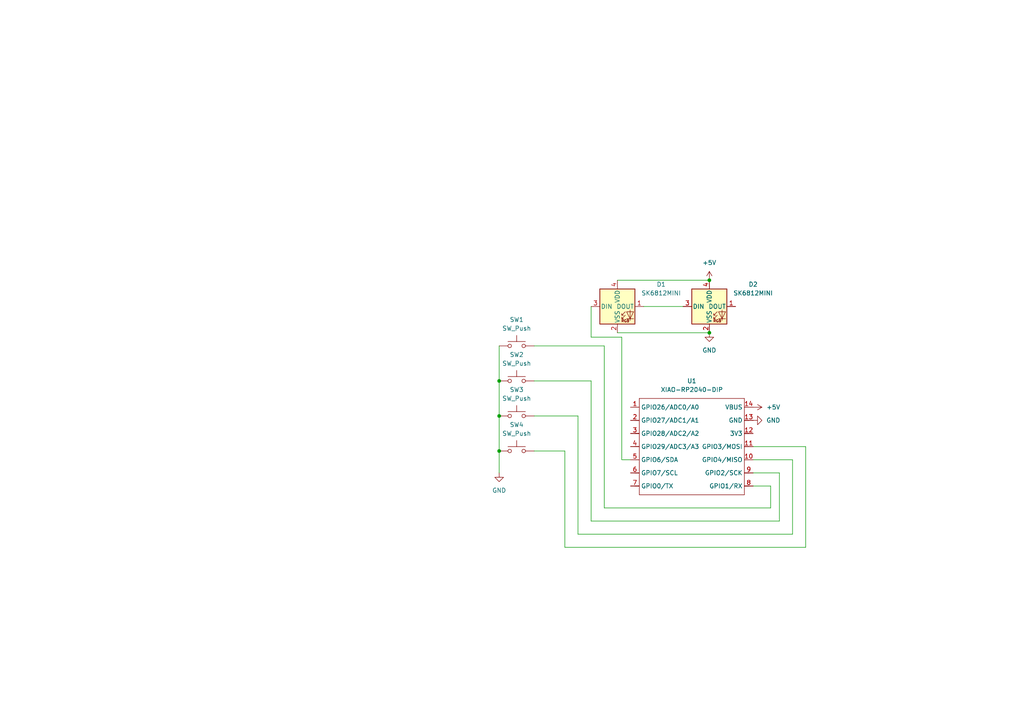
<source format=kicad_sch>
(kicad_sch (version 20250114) (generator "eeschema") (generator_version "9.0")
  (paper "A4")
  (lib_symbols
    (symbol "LED:SK6812MINI" (pin_names (offset 0.254))
      (property "Reference" "D" (at 5.08 5.715 0))
      (property "Value" "SK6812MINI" (at 1.27 -5.715 0))
      (symbol "SK6812MINI_0_0"
        (text "RGB" (at 2.286 -4.191 0) (effects (font (size 0.762 0.762))))
      )
      (symbol "SK6812MINI_0_1"
        (polyline (pts (xy 1.27 -2.54) (xy 1.778 -2.54)))
        (polyline (pts (xy 1.27 -3.556) (xy 1.778 -3.556)))
        (polyline (pts (xy 2.286 -1.524) (xy 1.27 -2.54) (xy 1.27 -2.032)))
        (polyline (pts (xy 2.286 -2.54) (xy 1.27 -3.556) (xy 1.27 -3.048)))
        (polyline (pts (xy 3.683 -1.016) (xy 3.683 -3.556) (xy 3.683 -4.064)))
        (polyline (pts (xy 4.699 -1.524) (xy 2.667 -1.524) (xy 3.683 -3.556) (xy 4.699 -1.524)))
        (polyline (pts (xy 4.699 -3.556) (xy 2.667 -3.556)))
        (rectangle (start 5.08 5.08) (end -5.08 -5.08) (stroke (width 0.254)) (fill (type background)))
      )
      (symbol "SK6812MINI_1_1"
        (pin input line (at -7.62 0 0) (length 2.54) (name "DIN") (number "3"))
        (pin power_in line (at 0 7.62 270) (length 2.54) (name "VDD") (number "4"))
        (pin power_in line (at 0 -7.62 90) (length 2.54) (name "VSS") (number "2"))
        (pin output line (at 7.62 0 180) (length 2.54) (name "DOUT") (number "1"))
      )
    )
    (symbol "OPL:XIAO-RP2040-DIP"
      (property "Reference" "U" (at 0 0 0))
      (property "Value" "XIAO-RP2040-DIP" (at 5.334 -1.778 0))
      (symbol "XIAO-RP2040-DIP_1_0"
        (polyline (pts (xy -1.27 -2.54) (xy 29.21 -2.54)) (stroke (width 0.1524)))
        (polyline (pts (xy -1.27 -5.08) (xy -2.54 -5.08)) (stroke (width 0.1524)))
        (polyline (pts (xy -1.27 -5.08) (xy -1.27 -2.54)) (stroke (width 0.1524)))
        (polyline (pts (xy -1.27 -8.89) (xy -2.54 -8.89)) (stroke (width 0.1524)))
        (polyline (pts (xy -1.27 -8.89) (xy -1.27 -5.08)) (stroke (width 0.1524)))
        (polyline (pts (xy -1.27 -12.7) (xy -2.54 -12.7)) (stroke (width 0.1524)))
        (polyline (pts (xy -1.27 -12.7) (xy -1.27 -8.89)) (stroke (width 0.1524)))
        (polyline (pts (xy -1.27 -16.51) (xy -2.54 -16.51)) (stroke (width 0.1524)))
        (polyline (pts (xy -1.27 -16.51) (xy -1.27 -12.7)) (stroke (width 0.1524)))
        (polyline (pts (xy -1.27 -20.32) (xy -2.54 -20.32)) (stroke (width 0.1524)))
        (polyline (pts (xy -1.27 -24.13) (xy -2.54 -24.13)) (stroke (width 0.1524)))
        (polyline (pts (xy -1.27 -27.94) (xy -2.54 -27.94)) (stroke (width 0.1524)))
        (polyline (pts (xy -1.27 -30.48) (xy -1.27 -16.51)) (stroke (width 0.1524)))
        (polyline (pts (xy 29.21 -2.54) (xy 29.21 -5.08)) (stroke (width 0.1524)))
        (polyline (pts (xy 29.21 -5.08) (xy 29.21 -8.89)) (stroke (width 0.1524)))
        (polyline (pts (xy 29.21 -8.89) (xy 29.21 -12.7)) (stroke (width 0.1524)))
        (polyline (pts (xy 29.21 -12.7) (xy 29.21 -30.48)) (stroke (width 0.1524)))
        (polyline (pts (xy 29.21 -30.48) (xy -1.27 -30.48)) (stroke (width 0.1524)))
        (polyline (pts (xy 30.48 -5.08) (xy 29.21 -5.08)) (stroke (width 0.1524)))
        (polyline (pts (xy 30.48 -8.89) (xy 29.21 -8.89)) (stroke (width 0.1524)))
        (polyline (pts (xy 30.48 -12.7) (xy 29.21 -12.7)) (stroke (width 0.1524)))
        (polyline (pts (xy 30.48 -16.51) (xy 29.21 -16.51)) (stroke (width 0.1524)))
        (polyline (pts (xy 30.48 -20.32) (xy 29.21 -20.32)) (stroke (width 0.1524)))
        (polyline (pts (xy 30.48 -24.13) (xy 29.21 -24.13)) (stroke (width 0.1524)))
        (polyline (pts (xy 30.48 -27.94) (xy 29.21 -27.94)) (stroke (width 0.1524)))
        (pin passive line (at -3.81 -5.08 0) (length 2.54) (name "GPIO26/ADC0/A0") (number "1"))
        (pin passive line (at -3.81 -8.89 0) (length 2.54) (name "GPIO27/ADC1/A1") (number "2"))
        (pin passive line (at -3.81 -12.7 0) (length 2.54) (name "GPIO28/ADC2/A2") (number "3"))
        (pin passive line (at -3.81 -16.51 0) (length 2.54) (name "GPIO29/ADC3/A3") (number "4"))
        (pin passive line (at -3.81 -20.32 0) (length 2.54) (name "GPIO6/SDA") (number "5"))
        (pin passive line (at -3.81 -24.13 0) (length 2.54) (name "GPIO7/SCL") (number "6"))
        (pin passive line (at -3.81 -27.94 0) (length 2.54) (name "GPIO0/TX") (number "7"))
        (pin passive line (at 31.75 -5.08 180) (length 2.54) (name "VBUS") (number "14"))
        (pin passive line (at 31.75 -8.89 180) (length 2.54) (name "GND") (number "13"))
        (pin passive line (at 31.75 -12.7 180) (length 2.54) (name "3V3") (number "12"))
        (pin passive line (at 31.75 -16.51 180) (length 2.54) (name "GPIO3/MOSI") (number "11"))
        (pin passive line (at 31.75 -20.32 180) (length 2.54) (name "GPIO4/MISO") (number "10"))
        (pin passive line (at 31.75 -24.13 180) (length 2.54) (name "GPIO2/SCK") (number "9"))
        (pin passive line (at 31.75 -27.94 180) (length 2.54) (name "GPIO1/RX") (number "8"))
      )
    )
    (symbol "Switch:SW_Push" (pin_numbers (hide yes)) (pin_names (offset 1.016) (hide yes))
      (property "Reference" "SW" (at 1.27 2.54 0))
      (property "Value" "SW_Push" (at 0 -1.524 0))
      (symbol "SW_Push_0_1"
        (circle (center -2.032 0) (radius 0.508))
        (polyline (pts (xy 0 1.27) (xy 0 3.048)))
        (circle (center 2.032 0) (radius 0.508))
        (polyline (pts (xy 2.54 1.27) (xy -2.54 1.27)))
        (pin passive line (at -5.08 0 0) (length 2.54) (name "1") (number "1"))
        (pin passive line (at 5.08 0 180) (length 2.54) (name "2") (number "2"))
      )
    )
    (symbol "power:+5V" (power) (pin_numbers (hide yes)) (pin_names (offset 0) (hide yes))
      (property "Value" "+5V" (at 0 3.556 0))
      (symbol "+5V_0_1"
        (polyline (pts (xy -0.762 1.27) (xy 0 2.54)))
        (polyline (pts (xy 0 2.54) (xy 0.762 1.27)))
        (polyline (pts (xy 0 0) (xy 0 2.54)))
      )
      (symbol "+5V_1_1"
        (pin power_in line (at 0 0 90) (length 0) (name "~") (number "1"))
      )
    )
    (symbol "power:GND" (power) (pin_numbers (hide yes)) (pin_names (offset 0) (hide yes))
      (property "Value" "GND" (at 0 -3.81 0))
      (symbol "GND_0_1"
        (polyline (pts (xy 0 0) (xy 0 -1.27) (xy 1.27 -1.27) (xy 0 -2.54) (xy -1.27 -1.27) (xy 0 -1.27)))
      )
      (symbol "GND_1_1"
        (pin power_in line (at 0 0 270) (length 0) (name "~") (number "1"))
      )
    )
  )
  (junction (at 205.74 96.52))
  (junction (at 144.78 120.65))
  (junction (at 144.78 110.49))
  (junction (at 144.78 130.81))
  (junction (at 205.74 81.28))
  (wire (pts (xy 144.78 130.81) (xy 144.78 137.16)))
  (wire (pts (xy 229.87 133.35) (xy 218.44 133.35)))
  (wire (pts (xy 218.44 137.16) (xy 226.06 137.16)))
  (wire (pts (xy 175.26 147.32) (xy 223.52 147.32)))
  (wire (pts (xy 171.45 88.9) (xy 171.45 97.79)))
  (wire (pts (xy 144.78 120.65) (xy 144.78 130.81)))
  (wire (pts (xy 180.34 133.35) (xy 182.88 133.35)))
  (wire (pts (xy 171.45 151.13) (xy 226.06 151.13)))
  (wire (pts (xy 233.68 129.54) (xy 218.44 129.54)))
  (wire (pts (xy 154.94 110.49) (xy 171.45 110.49)))
  (wire (pts (xy 180.34 97.79) (xy 180.34 133.35)))
  (wire (pts (xy 167.64 120.65) (xy 167.64 154.94)))
  (wire (pts (xy 163.83 130.81) (xy 163.83 158.75)))
  (wire (pts (xy 154.94 130.81) (xy 163.83 130.81)))
  (wire (pts (xy 167.64 154.94) (xy 229.87 154.94)))
  (wire (pts (xy 229.87 154.94) (xy 229.87 133.35)))
  (wire (pts (xy 175.26 100.33) (xy 175.26 147.32)))
  (wire (pts (xy 179.07 96.52) (xy 205.74 96.52)))
  (wire (pts (xy 154.94 100.33) (xy 175.26 100.33)))
  (wire (pts (xy 171.45 97.79) (xy 180.34 97.79)))
  (wire (pts (xy 171.45 110.49) (xy 171.45 151.13)))
  (wire (pts (xy 154.94 120.65) (xy 167.64 120.65)))
  (wire (pts (xy 144.78 110.49) (xy 144.78 120.65)))
  (wire (pts (xy 144.78 100.33) (xy 144.78 110.49)))
  (wire (pts (xy 226.06 151.13) (xy 226.06 137.16)))
  (wire (pts (xy 163.83 158.75) (xy 233.68 158.75)))
  (wire (pts (xy 223.52 140.97) (xy 218.44 140.97)))
  (wire (pts (xy 186.69 88.9) (xy 198.12 88.9)))
  (wire (pts (xy 179.07 81.28) (xy 205.74 81.28)))
  (wire (pts (xy 233.68 158.75) (xy 233.68 129.54)))
  (wire (pts (xy 223.52 147.32) (xy 223.52 140.97)))
  (symbol (lib_id "power:GND") (at 218.44 121.92 90) (unit 1)
    (property "Reference" "#PWR02" (effects (hide yes)))
    (property "Value" "GND" (at 222.25 121.9199 90) (effects (justify right)))
    (property "Description" "Power symbol creates a global label with name \"GND\" , ground" (effects (hide yes)))
  )
  (symbol (lib_id "Switch:SW_Push") (at 149.86 110.49 0) (unit 1)
    (property "Reference" "SW2" (at 149.86 102.87 0))
    (property "Value" "SW_Push" (at 149.86 105.41 0))
    (property "Footprint" "Button_Switch_Keyboard:SW_Cherry_MX_1.00u_PCB" (effects (hide yes)))
    (property "Description" "Push button switch, generic, two pins" (effects (hide yes)))
  )
  (symbol (lib_id "Switch:SW_Push") (at 149.86 100.33 0) (unit 1)
    (property "Reference" "SW1" (at 149.86 92.71 0))
    (property "Value" "SW_Push" (at 149.86 95.25 0))
    (property "Footprint" "Button_Switch_Keyboard:SW_Cherry_MX_1.00u_PCB" (effects (hide yes)))
    (property "Description" "Push button switch, generic, two pins" (effects (hide yes)))
  )
  (symbol (lib_id "power:GND") (at 205.74 96.52 0) (unit 1)
    (property "Reference" "#PWR04" (effects (hide yes)))
    (property "Value" "GND" (at 205.74 101.6 0))
    (property "Description" "Power symbol creates a global label with name \"GND\" , ground" (effects (hide yes)))
  )
  (symbol (lib_id "OPL:XIAO-RP2040-DIP") (at 186.69 113.03 0) (unit 1)
    (property "Reference" "U1" (at 200.66 110.49 0))
    (property "Value" "XIAO-RP2040-DIP" (at 200.66 113.03 0))
    (property "Footprint" "OPL:XIAO-RP2040-DIP" (effects (hide yes)))
  )
  (symbol (lib_id "power:GND") (at 144.78 137.16 0) (unit 1)
    (property "Reference" "#PWR01" (effects (hide yes)))
    (property "Value" "GND" (at 144.78 142.24 0))
    (property "Description" "Power symbol creates a global label with name \"GND\" , ground" (effects (hide yes)))
  )
  (symbol (lib_id "Switch:SW_Push") (at 149.86 120.65 0) (unit 1)
    (property "Reference" "SW3" (at 149.86 113.03 0))
    (property "Value" "SW_Push" (at 149.86 115.57 0))
    (property "Footprint" "Button_Switch_Keyboard:SW_Cherry_MX_1.00u_PCB" (effects (hide yes)))
    (property "Description" "Push button switch, generic, two pins" (effects (hide yes)))
  )
  (symbol (lib_id "power:+5V") (at 205.74 81.28 0) (unit 1)
    (property "Reference" "#PWR05" (effects (hide yes)))
    (property "Value" "+5V" (at 205.74 76.2 0))
    (property "Description" "Power symbol creates a global label with name \"+5V\"" (effects (hide yes)))
  )
  (symbol (lib_id "LED:SK6812MINI") (at 205.74 88.9 0) (unit 1)
    (property "Reference" "D2" (at 218.44 82.4798 0))
    (property "Value" "SK6812MINI" (at 218.44 85.0198 0))
    (property "Footprint" "LED_SMD:LED_SK6812MINI_PLCC4_3.5x3.5mm_P1.75mm" (effects (hide yes)))
    (property "Datasheet" "https://cdn-shop.adafruit.com/product-files/2686/SK6812MINI_REV.01-1-2.pdf" (effects (hide yes)))
    (property "Description" "RGB LED with integrated controller" (effects (hide yes)))
  )
  (symbol (lib_id "LED:SK6812MINI") (at 179.07 88.9 0) (unit 1)
    (property "Reference" "D1" (at 191.77 82.4798 0))
    (property "Value" "SK6812MINI" (at 191.77 85.0198 0))
    (property "Footprint" "LED_SMD:LED_SK6812MINI_PLCC4_3.5x3.5mm_P1.75mm" (effects (hide yes)))
    (property "Datasheet" "https://cdn-shop.adafruit.com/product-files/2686/SK6812MINI_REV.01-1-2.pdf" (effects (hide yes)))
    (property "Description" "RGB LED with integrated controller" (effects (hide yes)))
  )
  (symbol (lib_id "Switch:SW_Push") (at 149.86 130.81 0) (unit 1)
    (property "Reference" "SW4" (at 149.86 123.19 0))
    (property "Value" "SW_Push" (at 149.86 125.73 0))
    (property "Footprint" "Button_Switch_Keyboard:SW_Cherry_MX_1.00u_PCB" (effects (hide yes)))
    (property "Description" "Push button switch, generic, two pins" (effects (hide yes)))
  )
  (symbol (lib_id "power:+5V") (at 218.44 118.11 270) (unit 1)
    (property "Reference" "#PWR03" (effects (hide yes)))
    (property "Value" "+5V" (at 222.25 118.1099 90) (effects (justify left)))
    (property "Description" "Power symbol creates a global label with name \"+5V\"" (effects (hide yes)))
  )
)
</source>
